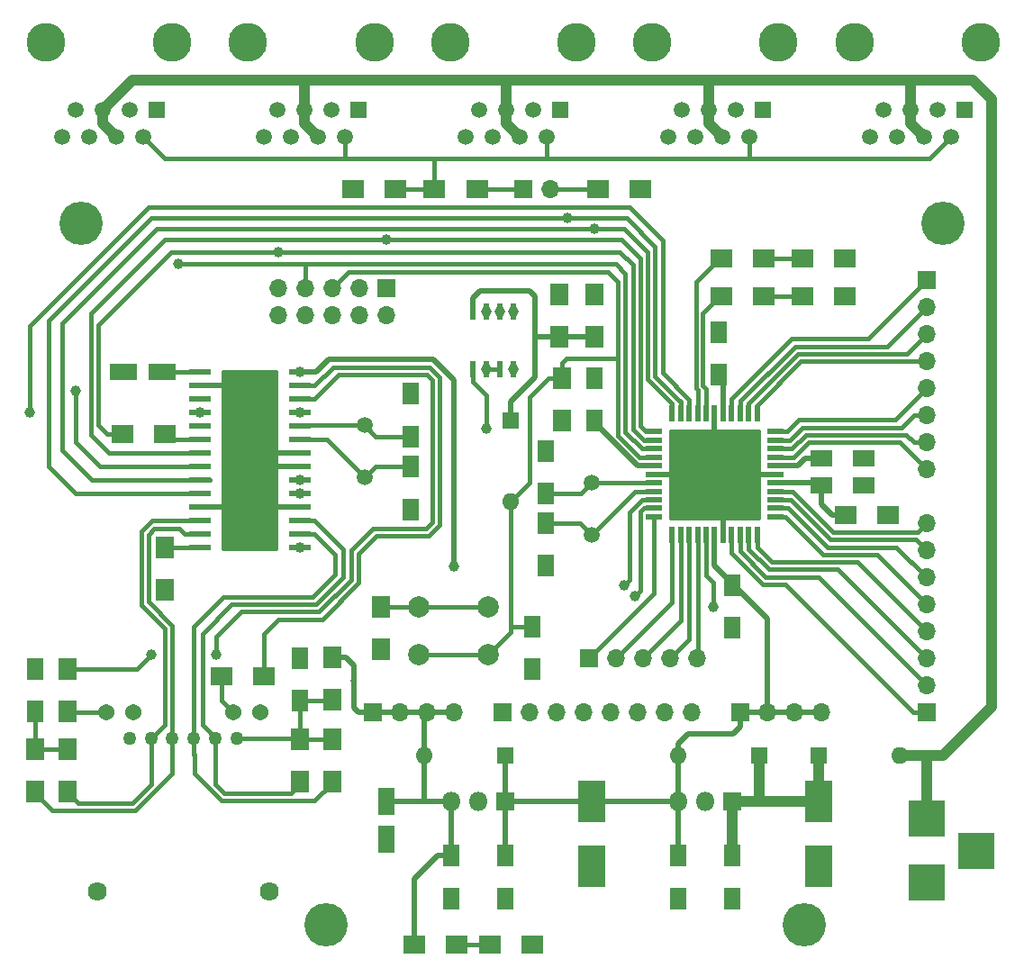
<source format=gbr>
G04 #@! TF.FileFunction,Copper,L1,Top,Signal*
%FSLAX46Y46*%
G04 Gerber Fmt 4.6, Leading zero omitted, Abs format (unit mm)*
G04 Created by KiCad (PCBNEW 4.0.7-e2-6376~58~ubuntu16.04.1) date Wed Jun 27 11:11:34 2018*
%MOMM*%
%LPD*%
G01*
G04 APERTURE LIST*
%ADD10C,0.100000*%
%ADD11R,2.000000X0.600000*%
%ADD12R,2.000000X1.700000*%
%ADD13R,3.500000X3.500000*%
%ADD14R,1.600000X2.000000*%
%ADD15C,1.540000*%
%ADD16C,1.270000*%
%ADD17C,1.790000*%
%ADD18C,1.500000*%
%ADD19C,3.650000*%
%ADD20R,1.500000X1.500000*%
%ADD21R,2.000000X1.600000*%
%ADD22R,2.600000X1.600000*%
%ADD23R,2.500000X4.000000*%
%ADD24R,1.600000X2.600000*%
%ADD25R,1.700000X1.700000*%
%ADD26O,1.700000X1.700000*%
%ADD27R,1.600000X1.600000*%
%ADD28O,1.600000X1.600000*%
%ADD29R,1.700000X2.000000*%
%ADD30C,2.000000*%
%ADD31R,1.500000X0.550000*%
%ADD32R,0.550000X1.500000*%
%ADD33R,0.600000X1.550000*%
%ADD34R,1.800000X1.800000*%
%ADD35O,1.800000X1.800000*%
%ADD36C,4.064000*%
%ADD37C,1.000000*%
%ADD38C,0.400000*%
%ADD39C,0.500000*%
%ADD40C,1.000000*%
%ADD41C,0.254000*%
G04 APERTURE END LIST*
D10*
D11*
X58166000Y-109982000D03*
X58166000Y-111252000D03*
X58166000Y-112522000D03*
X58166000Y-113792000D03*
X58166000Y-115062000D03*
X58166000Y-116332000D03*
X58166000Y-117602000D03*
X58166000Y-118872000D03*
X58166000Y-120142000D03*
X58166000Y-121412000D03*
X58166000Y-122682000D03*
X58166000Y-123952000D03*
X58166000Y-125222000D03*
X58166000Y-126492000D03*
X67566000Y-126492000D03*
X67566000Y-125222000D03*
X67566000Y-123952000D03*
X67566000Y-122682000D03*
X67566000Y-121412000D03*
X67566000Y-120142000D03*
X67566000Y-118872000D03*
X67566000Y-117602000D03*
X67566000Y-116332000D03*
X67566000Y-115062000D03*
X67566000Y-113792000D03*
X67566000Y-112522000D03*
X67566000Y-111252000D03*
X67566000Y-109982000D03*
D12*
X89408000Y-163830000D03*
X85408000Y-163830000D03*
X78296000Y-163830000D03*
X82296000Y-163830000D03*
D13*
X126492000Y-152000000D03*
X126492000Y-158000000D03*
X131192000Y-155000000D03*
D12*
X54864000Y-115824000D03*
X50864000Y-115824000D03*
D14*
X108204000Y-130048000D03*
X108204000Y-134048000D03*
D15*
X63830000Y-141980000D03*
X61290000Y-141980000D03*
D16*
X61680000Y-144450000D03*
X59650000Y-144450000D03*
X57620000Y-144450000D03*
X55590000Y-144450000D03*
X53560000Y-144450000D03*
X51530000Y-144450000D03*
D15*
X49380000Y-141980000D03*
X51920000Y-141980000D03*
D17*
X48550000Y-158790000D03*
X64680000Y-158790000D03*
D14*
X106934000Y-110236000D03*
X106934000Y-106236000D03*
D18*
X94996000Y-120396000D03*
X94996000Y-125276000D03*
D19*
X43688000Y-78994000D03*
X55558000Y-78994000D03*
D20*
X54068000Y-85344000D03*
D18*
X52798000Y-87884000D03*
X51528000Y-85344000D03*
X50258000Y-87884000D03*
X48988000Y-85344000D03*
X47718000Y-87884000D03*
X46448000Y-85344000D03*
X45178000Y-87884000D03*
D14*
X89408000Y-133922000D03*
X89408000Y-137922000D03*
X90678000Y-121412000D03*
X90678000Y-117412000D03*
X90678000Y-124206000D03*
X90678000Y-128206000D03*
D21*
X116586000Y-118110000D03*
X120586000Y-118110000D03*
D14*
X95250000Y-114554000D03*
X95250000Y-110554000D03*
D21*
X116586000Y-120650000D03*
X120586000Y-120650000D03*
D14*
X77978000Y-118904000D03*
X77978000Y-122904000D03*
X77978000Y-116046000D03*
X77978000Y-112046000D03*
D22*
X54610000Y-109982000D03*
X51010000Y-109982000D03*
D23*
X116332000Y-150366000D03*
X116332000Y-156466000D03*
D14*
X108204000Y-155480000D03*
X108204000Y-159480000D03*
X67532000Y-140856000D03*
X67532000Y-136856000D03*
X42640000Y-141904000D03*
X42640000Y-137904000D03*
X86868000Y-155480000D03*
X86868000Y-159480000D03*
D23*
X94996000Y-150368000D03*
X94996000Y-156468000D03*
D14*
X103124000Y-155480000D03*
X103124000Y-159480000D03*
D24*
X75692000Y-150346000D03*
X75692000Y-153946000D03*
D14*
X81788000Y-155480000D03*
X81788000Y-159480000D03*
D25*
X75692000Y-102108000D03*
D26*
X75692000Y-104648000D03*
X73152000Y-102108000D03*
X73152000Y-104648000D03*
X70612000Y-102108000D03*
X70612000Y-104648000D03*
X68072000Y-102108000D03*
X68072000Y-104648000D03*
X65532000Y-102108000D03*
X65532000Y-104648000D03*
D27*
X87376000Y-114554000D03*
D28*
X87376000Y-122174000D03*
D12*
X118808000Y-102870000D03*
X114808000Y-102870000D03*
X118808000Y-99314000D03*
X114808000Y-99314000D03*
D27*
X116332000Y-146050000D03*
D28*
X123952000Y-146050000D03*
D27*
X110744000Y-146050000D03*
D28*
X103124000Y-146050000D03*
D27*
X86868000Y-146050000D03*
D28*
X79248000Y-146050000D03*
D25*
X126492000Y-101346000D03*
D26*
X126492000Y-103886000D03*
X126492000Y-106426000D03*
X126492000Y-108966000D03*
X126492000Y-111506000D03*
X126492000Y-114046000D03*
X126492000Y-116586000D03*
X126492000Y-119126000D03*
D25*
X126492000Y-141986000D03*
D26*
X126492000Y-139446000D03*
X126492000Y-136906000D03*
X126492000Y-134366000D03*
X126492000Y-131826000D03*
X126492000Y-129286000D03*
X126492000Y-126746000D03*
X126492000Y-124206000D03*
D25*
X94742000Y-136906000D03*
D26*
X97282000Y-136906000D03*
X99822000Y-136906000D03*
X102362000Y-136906000D03*
X104902000Y-136906000D03*
D19*
X100698500Y-78994000D03*
X112568500Y-78994000D03*
D20*
X111078500Y-85344000D03*
D18*
X109808500Y-87884000D03*
X108538500Y-85344000D03*
X107268500Y-87884000D03*
X105998500Y-85344000D03*
X104728500Y-87884000D03*
X103458500Y-85344000D03*
X102188500Y-87884000D03*
D25*
X86614000Y-141986000D03*
D26*
X89154000Y-141986000D03*
X91694000Y-141986000D03*
X94234000Y-141986000D03*
X96774000Y-141986000D03*
X99314000Y-141986000D03*
X101854000Y-141986000D03*
X104394000Y-141986000D03*
D19*
X81695000Y-78994000D03*
X93565000Y-78994000D03*
D20*
X92075000Y-85344000D03*
D18*
X90805000Y-87884000D03*
X89535000Y-85344000D03*
X88265000Y-87884000D03*
X86995000Y-85344000D03*
X85725000Y-87884000D03*
X84455000Y-85344000D03*
X83185000Y-87884000D03*
D19*
X119702000Y-78994000D03*
X131572000Y-78994000D03*
D20*
X130082000Y-85344000D03*
D18*
X128812000Y-87884000D03*
X127542000Y-85344000D03*
X126272000Y-87884000D03*
X125002000Y-85344000D03*
X123732000Y-87884000D03*
X122462000Y-85344000D03*
X121192000Y-87884000D03*
D25*
X108966000Y-141986000D03*
D26*
X111506000Y-141986000D03*
X114046000Y-141986000D03*
X116586000Y-141986000D03*
D19*
X62691500Y-78994000D03*
X74561500Y-78994000D03*
D20*
X73071500Y-85344000D03*
D18*
X71801500Y-87884000D03*
X70531500Y-85344000D03*
X69261500Y-87884000D03*
X67991500Y-85344000D03*
X66721500Y-87884000D03*
X65451500Y-85344000D03*
X64181500Y-87884000D03*
D25*
X74422000Y-141986000D03*
D26*
X76962000Y-141986000D03*
X79502000Y-141986000D03*
X82042000Y-141986000D03*
D25*
X88604420Y-92810780D03*
D26*
X91144420Y-92810780D03*
D12*
X122872000Y-123444000D03*
X118872000Y-123444000D03*
D29*
X70580000Y-136824000D03*
X70580000Y-140824000D03*
X75184000Y-132080000D03*
X75184000Y-136080000D03*
X92202000Y-110554000D03*
X92202000Y-114554000D03*
D12*
X111188000Y-102870000D03*
X107188000Y-102870000D03*
X111188000Y-99314000D03*
X107188000Y-99314000D03*
X72539420Y-92810780D03*
X76539420Y-92810780D03*
X80222420Y-92810780D03*
X84222420Y-92810780D03*
X95589420Y-92810780D03*
X99589420Y-92810780D03*
D29*
X95250000Y-106680000D03*
X95250000Y-102680000D03*
X91948000Y-106680000D03*
X91948000Y-102680000D03*
X54864000Y-126492000D03*
X54864000Y-130492000D03*
X67532000Y-148476000D03*
X67532000Y-144476000D03*
X70580000Y-144476000D03*
X70580000Y-148476000D03*
X42640000Y-149460000D03*
X42640000Y-145460000D03*
X45688000Y-145460000D03*
X45688000Y-149460000D03*
D12*
X64166000Y-138602000D03*
X60166000Y-138602000D03*
D29*
X45688000Y-141904000D03*
X45688000Y-137904000D03*
D30*
X78740000Y-136580000D03*
X78740000Y-132080000D03*
X85240000Y-136580000D03*
X85240000Y-132080000D03*
D31*
X100853000Y-115596000D03*
X100853000Y-116396000D03*
X100853000Y-117196000D03*
X100853000Y-117996000D03*
X100853000Y-118796000D03*
X100853000Y-119596000D03*
X100853000Y-120396000D03*
X100853000Y-121196000D03*
X100853000Y-121996000D03*
X100853000Y-122796000D03*
X100853000Y-123596000D03*
D32*
X102553000Y-125296000D03*
X103353000Y-125296000D03*
X104153000Y-125296000D03*
X104953000Y-125296000D03*
X105753000Y-125296000D03*
X106553000Y-125296000D03*
X107353000Y-125296000D03*
X108153000Y-125296000D03*
X108953000Y-125296000D03*
X109753000Y-125296000D03*
X110553000Y-125296000D03*
D31*
X112253000Y-123596000D03*
X112253000Y-122796000D03*
X112253000Y-121996000D03*
X112253000Y-121196000D03*
X112253000Y-120396000D03*
X112253000Y-119596000D03*
X112253000Y-118796000D03*
X112253000Y-117996000D03*
X112253000Y-117196000D03*
X112253000Y-116396000D03*
X112253000Y-115596000D03*
D32*
X110553000Y-113896000D03*
X109753000Y-113896000D03*
X108953000Y-113896000D03*
X108153000Y-113896000D03*
X107353000Y-113896000D03*
X106553000Y-113896000D03*
X105753000Y-113896000D03*
X104953000Y-113896000D03*
X104153000Y-113896000D03*
X103353000Y-113896000D03*
X102553000Y-113896000D03*
D33*
X83820000Y-109728000D03*
X85090000Y-109728000D03*
X86360000Y-109728000D03*
X87630000Y-109728000D03*
X87630000Y-104328000D03*
X86360000Y-104328000D03*
X85090000Y-104328000D03*
X83820000Y-104328000D03*
D34*
X108204000Y-150368000D03*
D35*
X105664000Y-150368000D03*
X103124000Y-150368000D03*
D34*
X86868000Y-150368000D03*
D35*
X84328000Y-150368000D03*
X81788000Y-150368000D03*
D18*
X73660000Y-119888000D03*
X73660000Y-115008000D03*
D36*
X128000000Y-96000000D03*
X47000000Y-96000000D03*
X115000000Y-162000000D03*
X70000000Y-162000000D03*
D37*
X120586000Y-120650000D03*
X120586000Y-118110000D03*
X89408000Y-137922000D03*
X63000000Y-118500000D03*
X95250000Y-110554000D03*
X87630000Y-104328000D03*
X72539420Y-92810780D03*
X106934000Y-106236000D03*
X118808000Y-99314000D03*
X118808000Y-102870000D03*
X106500000Y-119596000D03*
X108204000Y-134048000D03*
X75184000Y-136080000D03*
X67532000Y-136856000D03*
X89408000Y-163830000D03*
X75692000Y-153946000D03*
X81788000Y-159480000D03*
X86868000Y-159480000D03*
X94996000Y-156468000D03*
X103124000Y-159480000D03*
X108204000Y-159480000D03*
X116332000Y-156466000D03*
X90678000Y-128206000D03*
X90678000Y-117412000D03*
X77978000Y-122904000D03*
X77978000Y-112046000D03*
X51010000Y-109982000D03*
X42640000Y-137904000D03*
X54864000Y-130492000D03*
X99589420Y-92810780D03*
X122872000Y-123444000D03*
X106934000Y-110236000D03*
X92202000Y-114554000D03*
X95250000Y-114554000D03*
X82042000Y-128270000D03*
X67566000Y-126492000D03*
X67566000Y-120142000D03*
X67566000Y-121412000D03*
X67566000Y-113792000D03*
X67566000Y-109982000D03*
X75692000Y-97536000D03*
X56134000Y-99822000D03*
X46482000Y-111760000D03*
X65532000Y-98675980D03*
X86360000Y-104328000D03*
X80222420Y-92810780D03*
X85090000Y-104328000D03*
X95250000Y-102680000D03*
X95250000Y-96520000D03*
X92710000Y-95504000D03*
X91948000Y-102680000D03*
X91948000Y-102680000D03*
X59658000Y-136570000D03*
X53562000Y-136570000D03*
X85090000Y-115316000D03*
X98044000Y-130048000D03*
X99060000Y-131064000D03*
X87630000Y-109728000D03*
X106426000Y-132080000D03*
X85090000Y-109728000D03*
X42171200Y-113784800D03*
X58166000Y-113792000D03*
D38*
X72136000Y-100584000D02*
X96520000Y-100584000D01*
X96520000Y-100584000D02*
X97467970Y-101531970D01*
X70612000Y-102108000D02*
X72136000Y-100584000D01*
X97467970Y-108712000D02*
X97467970Y-101531970D01*
X92202000Y-110554000D02*
X90952000Y-110554000D01*
X90952000Y-110554000D02*
X89154000Y-112352000D01*
X89154000Y-112352000D02*
X89154000Y-120396000D01*
X89154000Y-120396000D02*
X87376000Y-122174000D01*
X87376000Y-133858000D02*
X87376000Y-134444000D01*
X87376000Y-122174000D02*
X87376000Y-133858000D01*
X87376000Y-133858000D02*
X87440000Y-133922000D01*
X87440000Y-133922000D02*
X89408000Y-133922000D01*
X78740000Y-136580000D02*
X85240000Y-136580000D01*
X87376000Y-134444000D02*
X85240000Y-136580000D01*
X97467970Y-115950933D02*
X97467970Y-108712000D01*
X92644000Y-108712000D02*
X97467970Y-108712000D01*
X92202000Y-110554000D02*
X92202000Y-109154000D01*
X92202000Y-109154000D02*
X92644000Y-108712000D01*
X100853000Y-117996000D02*
X99513038Y-117996000D01*
X99513038Y-117996000D02*
X97467970Y-115950933D01*
D39*
X63372000Y-118872000D02*
X63000000Y-118500000D01*
X63500000Y-118872000D02*
X63372000Y-118872000D01*
X63500000Y-112014000D02*
X63500000Y-117602000D01*
X106500000Y-119596000D02*
X100853000Y-119596000D01*
X106680000Y-119596000D02*
X106500000Y-119596000D01*
X107353000Y-119685000D02*
X107442000Y-119596000D01*
X107353000Y-125296000D02*
X107353000Y-119685000D01*
X66066000Y-117602000D02*
X63500000Y-117602000D01*
X63500000Y-117602000D02*
X63500000Y-118872000D01*
X67566000Y-117602000D02*
X66066000Y-117602000D01*
X63500000Y-118872000D02*
X63500000Y-122682000D01*
X67566000Y-118872000D02*
X63500000Y-118872000D01*
X66066000Y-122682000D02*
X63500000Y-122682000D01*
X63500000Y-122682000D02*
X58166000Y-122682000D01*
X58166000Y-111252000D02*
X62738000Y-111252000D01*
X62738000Y-111252000D02*
X63500000Y-112014000D01*
X67566000Y-122682000D02*
X66066000Y-122682000D01*
X107000000Y-119596000D02*
X106680000Y-119596000D01*
X107442000Y-119596000D02*
X107000000Y-119596000D01*
X112253000Y-119596000D02*
X107442000Y-119596000D01*
X106553000Y-113896000D02*
X106553000Y-119469000D01*
X106553000Y-119469000D02*
X106680000Y-119596000D01*
D38*
X100853000Y-120396000D02*
X94996000Y-120396000D01*
X94996000Y-120396000D02*
X93980000Y-121412000D01*
X93980000Y-121412000D02*
X90678000Y-121412000D01*
X100853000Y-121196000D02*
X99076000Y-121196000D01*
X99076000Y-121196000D02*
X94996000Y-125276000D01*
X90678000Y-124206000D02*
X93926000Y-124206000D01*
X93926000Y-124206000D02*
X94996000Y-125276000D01*
D39*
X116586000Y-118110000D02*
X115086000Y-118110000D01*
X115086000Y-118110000D02*
X114400000Y-118796000D01*
X114400000Y-118796000D02*
X112253000Y-118796000D01*
X106553000Y-128197000D02*
X111506000Y-133150000D01*
X111506000Y-133150000D02*
X111506000Y-141986000D01*
X108204000Y-130048000D02*
X108204000Y-129848000D01*
X108204000Y-129848000D02*
X106553000Y-128197000D01*
X106553000Y-128197000D02*
X106553000Y-126546000D01*
X106553000Y-126546000D02*
X106553000Y-125296000D01*
X94996000Y-150368000D02*
X103124000Y-150368000D01*
X86868000Y-150368000D02*
X94996000Y-150368000D01*
X86868000Y-150368000D02*
X86868000Y-155480000D01*
X86868000Y-150368000D02*
X86868000Y-146050000D01*
X114046000Y-141986000D02*
X116586000Y-141986000D01*
X111506000Y-141986000D02*
X114046000Y-141986000D01*
X108966000Y-141986000D02*
X111506000Y-141986000D01*
X103124000Y-146050000D02*
X103124000Y-144918630D01*
X103124000Y-144918630D02*
X104024630Y-144018000D01*
X104024630Y-144018000D02*
X108284000Y-144018000D01*
X108284000Y-144018000D02*
X108966000Y-143336000D01*
X108966000Y-143336000D02*
X108966000Y-141986000D01*
X103124000Y-150368000D02*
X103124000Y-146050000D01*
X103124000Y-150368000D02*
X103124000Y-155480000D01*
X89662000Y-102870000D02*
X89662000Y-106680000D01*
X89662000Y-106680000D02*
X89662000Y-110490000D01*
X91948000Y-106680000D02*
X89662000Y-106680000D01*
X95250000Y-106680000D02*
X91948000Y-106680000D01*
X83820000Y-104328000D02*
X83820000Y-103053000D01*
X83820000Y-103053000D02*
X84511000Y-102362000D01*
X87376000Y-112776000D02*
X87376000Y-114554000D01*
X84511000Y-102362000D02*
X89154000Y-102362000D01*
X89154000Y-102362000D02*
X89662000Y-102870000D01*
X89662000Y-110490000D02*
X87376000Y-112776000D01*
X100853000Y-118796000D02*
X99292000Y-118796000D01*
X99292000Y-118796000D02*
X95250000Y-114754000D01*
X95250000Y-114754000D02*
X95250000Y-114554000D01*
X107353000Y-113896000D02*
X107353000Y-110655000D01*
X107353000Y-110655000D02*
X106934000Y-110236000D01*
X117602000Y-123444000D02*
X116586000Y-122428000D01*
X116586000Y-122428000D02*
X116586000Y-120650000D01*
X118872000Y-123444000D02*
X117602000Y-123444000D01*
X116586000Y-120650000D02*
X116332000Y-120396000D01*
X116332000Y-120396000D02*
X112253000Y-120396000D01*
D38*
X73660000Y-119888000D02*
X74644000Y-118904000D01*
X74644000Y-118904000D02*
X77978000Y-118904000D01*
X67566000Y-116332000D02*
X70104000Y-116332000D01*
X70104000Y-116332000D02*
X73660000Y-119888000D01*
X73660000Y-115008000D02*
X74698000Y-116046000D01*
X74698000Y-116046000D02*
X77978000Y-116046000D01*
X73660000Y-115008000D02*
X67620000Y-115008000D01*
X67620000Y-115008000D02*
X67566000Y-115062000D01*
X54610000Y-109982000D02*
X58166000Y-109982000D01*
D40*
X116332000Y-146050000D02*
X116332000Y-150366000D01*
X108204000Y-150368000D02*
X110744000Y-150368000D01*
X110744000Y-150368000D02*
X116330000Y-150368000D01*
X110744000Y-146050000D02*
X110744000Y-147850000D01*
X110744000Y-147850000D02*
X110744000Y-150368000D01*
X108204000Y-150368000D02*
X108204000Y-155480000D01*
X116330000Y-150368000D02*
X116332000Y-150366000D01*
D38*
X67532000Y-140856000D02*
X70548000Y-140856000D01*
X70548000Y-140856000D02*
X70580000Y-140824000D01*
X67532000Y-144476000D02*
X67532000Y-140856000D01*
X67532000Y-144476000D02*
X70580000Y-144476000D01*
X61680000Y-144450000D02*
X67506000Y-144450000D01*
X67506000Y-144450000D02*
X67532000Y-144476000D01*
X42640000Y-145460000D02*
X42640000Y-141904000D01*
X42640000Y-145460000D02*
X45688000Y-145460000D01*
D39*
X78296000Y-163830000D02*
X78296000Y-157672000D01*
X78296000Y-157672000D02*
X80488000Y-155480000D01*
X80488000Y-155480000D02*
X81788000Y-155480000D01*
X78296000Y-163830000D02*
X78296000Y-162480000D01*
X72644000Y-139000000D02*
X72644000Y-137538000D01*
X72644000Y-137538000D02*
X71930000Y-136824000D01*
X71930000Y-136824000D02*
X70580000Y-136824000D01*
X72644000Y-141558000D02*
X72644000Y-139000000D01*
X70580000Y-136824000D02*
X70580000Y-136974000D01*
X72606000Y-139000000D02*
X72644000Y-139000000D01*
X79248000Y-146050000D02*
X79248000Y-142240000D01*
X79248000Y-142240000D02*
X79502000Y-141986000D01*
X79502000Y-141986000D02*
X82042000Y-141986000D01*
X76962000Y-141986000D02*
X79502000Y-141986000D01*
X74422000Y-141986000D02*
X76962000Y-141986000D01*
X75692000Y-150346000D02*
X79248000Y-150346000D01*
X79248000Y-146050000D02*
X79248000Y-147181370D01*
X79248000Y-150346000D02*
X81766000Y-150346000D01*
X79248000Y-147181370D02*
X79248000Y-150346000D01*
X81766000Y-150346000D02*
X81788000Y-150368000D01*
X81788000Y-155480000D02*
X81788000Y-150368000D01*
X82042000Y-128270000D02*
X82042000Y-110725363D01*
X69066000Y-109982000D02*
X67566000Y-109982000D01*
X74422000Y-141986000D02*
X73072000Y-141986000D01*
X73072000Y-141986000D02*
X72644000Y-141558000D01*
X82042000Y-110725363D02*
X80102617Y-108785980D01*
X80102617Y-108785980D02*
X70262020Y-108785980D01*
X70262020Y-108785980D02*
X69066000Y-109982000D01*
D38*
X100853000Y-115596000D02*
X100102000Y-115596000D01*
X99568000Y-115062000D02*
X99568000Y-99314000D01*
X100102000Y-115596000D02*
X99568000Y-115062000D01*
X99568000Y-99314000D02*
X97790000Y-97536000D01*
X97790000Y-97536000D02*
X96441889Y-97536000D01*
X96441889Y-97536000D02*
X75692000Y-97536000D01*
X75692000Y-97536000D02*
X54864000Y-97536000D01*
X47944010Y-104455990D02*
X47944010Y-115938086D01*
X54864000Y-97536000D02*
X47944010Y-104455990D01*
X47944010Y-115938086D02*
X49607924Y-117602000D01*
X49607924Y-117602000D02*
X58166000Y-117602000D01*
X100853000Y-115596000D02*
X100304000Y-115596000D01*
X56134000Y-99822000D02*
X68072000Y-99822000D01*
X68072000Y-99822000D02*
X96266000Y-99822000D01*
X68072000Y-102108000D02*
X68072000Y-99822000D01*
X96266000Y-99822000D02*
X96520000Y-99822000D01*
X98167980Y-100707980D02*
X97282000Y-99822000D01*
X97282000Y-99822000D02*
X96266000Y-99822000D01*
X98167980Y-115660980D02*
X98167980Y-100707980D01*
X46482000Y-116586000D02*
X46482000Y-111760000D01*
X48768000Y-118872000D02*
X46482000Y-116586000D01*
X49887962Y-118872000D02*
X48768000Y-118872000D01*
X100853000Y-117196000D02*
X99703000Y-117196000D01*
X99703000Y-117196000D02*
X98167980Y-115660980D01*
X49887962Y-118872000D02*
X50292000Y-118872000D01*
X50292000Y-118872000D02*
X58166000Y-118872000D01*
X56766000Y-118872000D02*
X58166000Y-118872000D01*
X97659980Y-98675980D02*
X75499978Y-98675980D01*
X75499978Y-98675980D02*
X65532000Y-98675980D01*
X55502020Y-98675980D02*
X55675980Y-98675980D01*
X55675980Y-98675980D02*
X65532000Y-98675980D01*
X50864000Y-115824000D02*
X49464000Y-115824000D01*
X49464000Y-115824000D02*
X48644020Y-115004020D01*
X100853000Y-116396000D02*
X99912039Y-116396000D01*
X99912039Y-116396000D02*
X98867990Y-115351953D01*
X98867990Y-115351953D02*
X98867990Y-99883990D01*
X98867990Y-99883990D02*
X97659980Y-98675980D01*
X55502020Y-98675980D02*
X48644020Y-105533980D01*
X48644020Y-105533980D02*
X48644020Y-115004020D01*
X111188000Y-102870000D02*
X114808000Y-102870000D01*
X111188000Y-99314000D02*
X114808000Y-99314000D01*
D40*
X126492000Y-150464000D02*
X126492000Y-148000000D01*
X126492000Y-148000000D02*
X126492000Y-146050000D01*
X126492000Y-152000000D02*
X126492000Y-148000000D01*
X125002000Y-85344000D02*
X125002000Y-86614000D01*
X125002000Y-86614000D02*
X126272000Y-87884000D01*
X130810000Y-82550000D02*
X124968000Y-82550000D01*
X124968000Y-82550000D02*
X105918000Y-82550000D01*
X125002000Y-85344000D02*
X125002000Y-82584000D01*
X125002000Y-82584000D02*
X124968000Y-82550000D01*
X105998500Y-85344000D02*
X105998500Y-86614000D01*
X105998500Y-86614000D02*
X107268500Y-87884000D01*
X105998500Y-85344000D02*
X105998500Y-82630500D01*
X105918000Y-82550000D02*
X87122000Y-82550000D01*
X105998500Y-82630500D02*
X105918000Y-82550000D01*
X86995000Y-85344000D02*
X86995000Y-86614000D01*
X86995000Y-86614000D02*
X88265000Y-87884000D01*
X87122000Y-82550000D02*
X67818000Y-82550000D01*
X86995000Y-85344000D02*
X86995000Y-82677000D01*
X86995000Y-82677000D02*
X87122000Y-82550000D01*
X67991500Y-85344000D02*
X67991500Y-86614000D01*
X67991500Y-86614000D02*
X69261500Y-87884000D01*
X67818000Y-82550000D02*
X52578000Y-82550000D01*
X67991500Y-85344000D02*
X67991500Y-82723500D01*
X67991500Y-82723500D02*
X67818000Y-82550000D01*
X48988000Y-85344000D02*
X48988000Y-86614000D01*
X48988000Y-86614000D02*
X50258000Y-87884000D01*
X48988000Y-85344000D02*
X51782000Y-82550000D01*
X51782000Y-82550000D02*
X52578000Y-82550000D01*
X132153999Y-83893999D02*
X130810000Y-82550000D01*
X132588000Y-84328000D02*
X132153999Y-83893999D01*
X132588000Y-141478000D02*
X132588000Y-84328000D01*
X132080000Y-141986000D02*
X132588000Y-141478000D01*
X128016000Y-146050000D02*
X132080000Y-141986000D01*
X126492000Y-146050000D02*
X128016000Y-146050000D01*
X126492000Y-146050000D02*
X123952000Y-146050000D01*
D38*
X82296000Y-163830000D02*
X85408000Y-163830000D01*
X108153000Y-112523112D02*
X113810141Y-106865970D01*
X113810141Y-106865970D02*
X120972030Y-106865970D01*
X108153000Y-113896000D02*
X108153000Y-112523112D01*
X120972030Y-106865970D02*
X126492000Y-101346000D01*
X108953000Y-112713075D02*
X114100094Y-107565980D01*
X114100094Y-107565980D02*
X122812020Y-107565980D01*
X108953000Y-113896000D02*
X108953000Y-112713075D01*
X122812020Y-107565980D02*
X126492000Y-103886000D01*
X109753000Y-112903038D02*
X114390047Y-108265990D01*
X114390047Y-108265990D02*
X124652010Y-108265990D01*
X109753000Y-113896000D02*
X109753000Y-112903038D01*
X124652010Y-108265990D02*
X126492000Y-106426000D01*
X110553000Y-113093000D02*
X114680000Y-108966000D01*
X114680000Y-108966000D02*
X125289919Y-108966000D01*
X110553000Y-113896000D02*
X110553000Y-113093000D01*
X125289919Y-108966000D02*
X126492000Y-108966000D01*
X123512028Y-114485972D02*
X118872000Y-114485972D01*
X126492000Y-111506000D02*
X123512028Y-114485972D01*
X114540138Y-114485972D02*
X118872000Y-114485972D01*
X112253000Y-115596000D02*
X113403000Y-115596000D01*
X113403000Y-115596000D02*
X114513028Y-114485972D01*
X114513028Y-114485972D02*
X114540138Y-114485972D01*
X126492000Y-114046000D02*
X125289919Y-114046000D01*
X114830091Y-115185982D02*
X113620074Y-116396000D01*
X125289919Y-114046000D02*
X124149937Y-115185982D01*
X124149937Y-115185982D02*
X114830091Y-115185982D01*
X113620074Y-116396000D02*
X112253000Y-116396000D01*
X124241955Y-115885992D02*
X123952000Y-115885992D01*
X123952000Y-115885992D02*
X121122045Y-115885992D01*
X126492000Y-116586000D02*
X125289919Y-116586000D01*
X125289919Y-116586000D02*
X124589911Y-115885992D01*
X124589911Y-115885992D02*
X123952000Y-115885992D01*
X115120044Y-115885992D02*
X121122045Y-115885992D01*
X121122045Y-115885992D02*
X121122047Y-115885990D01*
X112253000Y-117196000D02*
X113810036Y-117196000D01*
X113810036Y-117196000D02*
X115120044Y-115885992D01*
X123952000Y-116586000D02*
X121412000Y-116586000D01*
X126492000Y-119126000D02*
X123952000Y-116586000D01*
X121412000Y-116586000D02*
X121666000Y-116586000D01*
X115409998Y-116586000D02*
X121412000Y-116586000D01*
X112253000Y-117996000D02*
X113999998Y-117996000D01*
X113999998Y-117996000D02*
X115409998Y-116586000D01*
X108153000Y-125296000D02*
X108153000Y-127015888D01*
X108153000Y-127015888D02*
X111093180Y-129956069D01*
X113212069Y-129956069D02*
X125242000Y-141986000D01*
X111093180Y-129956069D02*
X113212069Y-129956069D01*
X125242000Y-141986000D02*
X126492000Y-141986000D01*
X108953000Y-125296000D02*
X108953000Y-126825925D01*
X116302059Y-129256059D02*
X126492000Y-139446000D01*
X108953000Y-126825925D02*
X111383133Y-129256059D01*
X111383133Y-129256059D02*
X116302059Y-129256059D01*
X109753000Y-125296000D02*
X109753000Y-126635962D01*
X109753000Y-126635962D02*
X111673086Y-128556049D01*
X111673086Y-128556049D02*
X118142049Y-128556049D01*
X118142049Y-128556049D02*
X126492000Y-136906000D01*
X110553000Y-125296000D02*
X110553000Y-126446000D01*
X110553000Y-126446000D02*
X111963039Y-127856039D01*
X111963039Y-127856039D02*
X119982039Y-127856039D01*
X119982039Y-127856039D02*
X126492000Y-134366000D01*
X126492000Y-131826000D02*
X121822029Y-127156029D01*
X121822029Y-127156029D02*
X116742029Y-127156029D01*
X116742029Y-127156029D02*
X113182000Y-123596000D01*
X113182000Y-123596000D02*
X112253000Y-123596000D01*
X112253000Y-123596000D02*
X112878000Y-123596000D01*
X126492000Y-129286000D02*
X123662019Y-126456019D01*
X123662019Y-126456019D02*
X117154091Y-126456019D01*
X117154091Y-126456019D02*
X113494074Y-122796001D01*
X113494074Y-122796001D02*
X112253000Y-122796000D01*
X126492000Y-126746000D02*
X125502009Y-125756009D01*
X125502009Y-125756009D02*
X117444044Y-125756009D01*
X117444044Y-125756009D02*
X113684036Y-121996000D01*
X113684036Y-121996000D02*
X112253000Y-121996000D01*
X112253000Y-121196000D02*
X113873998Y-121196000D01*
X113873998Y-121196000D02*
X117733997Y-125055999D01*
X117733997Y-125055999D02*
X125642001Y-125055999D01*
X125642001Y-125055999D02*
X126492000Y-124206000D01*
X100853000Y-123596000D02*
X100853000Y-130795000D01*
X100853000Y-130795000D02*
X94742000Y-136906000D01*
X102553000Y-125296000D02*
X102553000Y-131635000D01*
X102553000Y-131635000D02*
X97282000Y-136906000D01*
X103353000Y-125296000D02*
X103353000Y-133375000D01*
X103353000Y-133375000D02*
X99822000Y-136906000D01*
X104153000Y-125296000D02*
X104153000Y-135115000D01*
X104153000Y-135115000D02*
X102362000Y-136906000D01*
X104953000Y-125296000D02*
X104953000Y-136855000D01*
X104953000Y-136855000D02*
X104902000Y-136906000D01*
X95589420Y-92810780D02*
X91144420Y-92810780D01*
X76539420Y-92810780D02*
X80222420Y-92810780D01*
X80264000Y-89916000D02*
X76708000Y-89916000D01*
X76708000Y-89916000D02*
X71628000Y-89916000D01*
X90678000Y-89916000D02*
X80264000Y-89916000D01*
X80222420Y-92810780D02*
X80222420Y-89957580D01*
X80222420Y-89957580D02*
X80264000Y-89916000D01*
X71628000Y-89916000D02*
X54830000Y-89916000D01*
X71801500Y-87884000D02*
X71801500Y-89742500D01*
X71801500Y-89742500D02*
X71628000Y-89916000D01*
X109728000Y-89916000D02*
X90678000Y-89916000D01*
X90805000Y-87884000D02*
X90805000Y-89789000D01*
X90805000Y-89789000D02*
X90678000Y-89916000D01*
X126746000Y-89916000D02*
X109728000Y-89916000D01*
X109808500Y-87884000D02*
X109808500Y-89835500D01*
X109808500Y-89835500D02*
X109728000Y-89916000D01*
X128812000Y-87884000D02*
X128062001Y-88633999D01*
X128062001Y-88633999D02*
X128028001Y-88633999D01*
X128028001Y-88633999D02*
X126746000Y-89916000D01*
X54830000Y-89916000D02*
X52798000Y-87884000D01*
X60166000Y-138602000D02*
X60166000Y-140856000D01*
X60166000Y-140856000D02*
X61290000Y-141980000D01*
X61174000Y-131826000D02*
X58388000Y-134612000D01*
X58388000Y-134612000D02*
X58388000Y-136000000D01*
X69088000Y-131826000D02*
X61174000Y-131826000D01*
X58388000Y-143174000D02*
X58388000Y-136000000D01*
X58388000Y-136000000D02*
X58388000Y-135808000D01*
X71628000Y-129286000D02*
X69088000Y-131826000D01*
X71628000Y-127000000D02*
X71628000Y-129286000D01*
X67566000Y-123952000D02*
X68966000Y-123952000D01*
X68966000Y-123952000D02*
X71628000Y-126614000D01*
X67532000Y-148476000D02*
X67532000Y-148762000D01*
X67532000Y-148762000D02*
X66708010Y-149585990D01*
X66708010Y-149585990D02*
X60455952Y-149585990D01*
X59650000Y-146976000D02*
X59650000Y-144450000D01*
X60455952Y-149585990D02*
X59650000Y-148780038D01*
X59650000Y-148780038D02*
X59650000Y-146976000D01*
X59650000Y-144450000D02*
X58642000Y-143442000D01*
X58642000Y-143442000D02*
X58642000Y-143428000D01*
X58642000Y-143428000D02*
X58388000Y-143174000D01*
X71628000Y-127000000D02*
X71628000Y-126746000D01*
X71628000Y-126614000D02*
X71628000Y-127000000D01*
X60416047Y-131125990D02*
X58000000Y-133542037D01*
X58000000Y-133542037D02*
X57684037Y-133858000D01*
X57620000Y-144450000D02*
X57620000Y-133922037D01*
X57620000Y-133922037D02*
X58000000Y-133542037D01*
X57652000Y-133890037D02*
X57684037Y-133858000D01*
X68798048Y-131125990D02*
X60416047Y-131125990D01*
X70866000Y-129058038D02*
X68798048Y-131125990D01*
X68966000Y-125222000D02*
X70866000Y-127122000D01*
X70866000Y-127122000D02*
X70866000Y-129058038D01*
X67566000Y-125222000D02*
X68966000Y-125222000D01*
X60166000Y-150286000D02*
X68920000Y-150286000D01*
X68920000Y-150286000D02*
X70580000Y-148626000D01*
X70580000Y-148626000D02*
X70580000Y-148476000D01*
X57626000Y-147746000D02*
X60166000Y-150286000D01*
X57626000Y-145941963D02*
X57626000Y-147746000D01*
X57620000Y-144450000D02*
X57620000Y-145935963D01*
X57620000Y-145935963D02*
X57626000Y-145941963D01*
X55590000Y-144450000D02*
X55590000Y-133830000D01*
X55590000Y-133830000D02*
X53340000Y-131580000D01*
X53891998Y-124714000D02*
X56258000Y-124714000D01*
X53340000Y-131580000D02*
X53340000Y-125265998D01*
X53340000Y-125265998D02*
X53891998Y-124714000D01*
X56258000Y-124714000D02*
X56766000Y-125222000D01*
X56766000Y-125222000D02*
X58166000Y-125222000D01*
X42640000Y-149610000D02*
X44270010Y-151240010D01*
X44270010Y-151240010D02*
X52073953Y-151240010D01*
X42640000Y-149460000D02*
X42640000Y-149610000D01*
X52073953Y-151240010D02*
X55590000Y-147723963D01*
X55590000Y-147723963D02*
X55590000Y-145348025D01*
X55590000Y-145348025D02*
X55590000Y-144450000D01*
X58166000Y-123952000D02*
X53664035Y-123952000D01*
X53664035Y-123952000D02*
X52639990Y-124976045D01*
X52639990Y-124976045D02*
X52639990Y-131869953D01*
X52639990Y-131869953D02*
X54889990Y-134119952D01*
X54889990Y-134119952D02*
X54889990Y-143120010D01*
X54889990Y-143120010D02*
X53560000Y-144450000D01*
X45688000Y-149460000D02*
X45688000Y-149524000D01*
X46704000Y-150540000D02*
X51784000Y-150540000D01*
X45688000Y-149524000D02*
X46704000Y-150540000D01*
X53562000Y-148762000D02*
X53562000Y-145350025D01*
X51784000Y-150540000D02*
X53562000Y-148762000D01*
X53562000Y-145350025D02*
X53560000Y-145348025D01*
X53560000Y-145348025D02*
X53560000Y-144450000D01*
X49380000Y-141980000D02*
X45764000Y-141980000D01*
X45764000Y-141980000D02*
X45688000Y-141904000D01*
X84222420Y-92810780D02*
X88604420Y-92810780D01*
X78740000Y-132080000D02*
X75184000Y-132080000D01*
X85240000Y-132080000D02*
X83825787Y-132080000D01*
X83825787Y-132080000D02*
X78740000Y-132080000D01*
X105410000Y-111232002D02*
X105410000Y-104498000D01*
X105410000Y-104498000D02*
X107038000Y-102870000D01*
X107038000Y-102870000D02*
X107188000Y-102870000D01*
X105753000Y-113896000D02*
X105753000Y-111575002D01*
X105753000Y-111575002D02*
X105410000Y-111232002D01*
X104953000Y-113896000D02*
X104953000Y-111623544D01*
X104953000Y-111623544D02*
X104809990Y-111480534D01*
X104809990Y-111480534D02*
X104809990Y-101542010D01*
X104809990Y-101542010D02*
X107038000Y-99314000D01*
X107038000Y-99314000D02*
X107188000Y-99314000D01*
X95250000Y-96520000D02*
X54102000Y-96520000D01*
X54102000Y-96520000D02*
X45212000Y-105410000D01*
X45212000Y-105410000D02*
X45212000Y-117348000D01*
X45212000Y-117348000D02*
X48006000Y-120142000D01*
X48006000Y-120142000D02*
X51308000Y-120142000D01*
X51308000Y-120142000D02*
X58166000Y-120142000D01*
X98044000Y-96520000D02*
X95250000Y-96520000D01*
X100268010Y-98744010D02*
X98044000Y-96520000D01*
X100268010Y-100372158D02*
X100268010Y-98744010D01*
X100268010Y-110682010D02*
X102553000Y-112967000D01*
X102553000Y-112967000D02*
X102553000Y-113896000D01*
X100268010Y-100372158D02*
X100268010Y-110682010D01*
X59096002Y-120142000D02*
X58166000Y-120142000D01*
X102553000Y-113896000D02*
X102553000Y-113421000D01*
X92710000Y-95504000D02*
X53594000Y-95504000D01*
X98298000Y-95504000D02*
X92710000Y-95504000D01*
X103353000Y-113896000D02*
X103353000Y-112746000D01*
X103275998Y-112668998D02*
X103251000Y-112668998D01*
X103353000Y-112746000D02*
X103275998Y-112668998D01*
X103251000Y-112668998D02*
X100968020Y-110386018D01*
X46482000Y-121412000D02*
X58166000Y-121412000D01*
X100968020Y-110386018D02*
X100968020Y-98174020D01*
X43942000Y-118872000D02*
X46482000Y-121412000D01*
X100968020Y-98174020D02*
X98298000Y-95504000D01*
X53594000Y-95504000D02*
X43942000Y-105156000D01*
X43942000Y-105156000D02*
X43942000Y-118872000D01*
X54864000Y-115824000D02*
X55372000Y-116332000D01*
X55372000Y-116332000D02*
X58166000Y-116332000D01*
X54864000Y-126492000D02*
X58166000Y-126492000D01*
X67566000Y-111252000D02*
X68966000Y-111252000D01*
X80710010Y-110454047D02*
X80710010Y-124401955D01*
X68966000Y-111252000D02*
X70682010Y-109535990D01*
X79791953Y-109535990D02*
X80710010Y-110454047D01*
X74737990Y-125414010D02*
X73090010Y-127061990D01*
X65532000Y-133226020D02*
X64166000Y-134592020D01*
X70682010Y-109535990D02*
X79791953Y-109535990D01*
X80710010Y-124401955D02*
X79697955Y-125414010D01*
X79697955Y-125414010D02*
X74737990Y-125414010D01*
X73090010Y-127061990D02*
X73090010Y-129803916D01*
X73090010Y-129803916D02*
X69667906Y-133226020D01*
X69667906Y-133226020D02*
X65532000Y-133226020D01*
X64166000Y-134592020D02*
X64166000Y-138602000D01*
X67566000Y-112522000D02*
X68966000Y-112522000D01*
X80010000Y-124112002D02*
X79408002Y-124714000D01*
X68966000Y-112522000D02*
X71252000Y-110236000D01*
X71252000Y-110236000D02*
X79502000Y-110236000D01*
X79502000Y-110236000D02*
X80010000Y-110744000D01*
X80010000Y-110744000D02*
X80010000Y-124112002D01*
X59658000Y-134906000D02*
X59658000Y-136570000D01*
X79408002Y-124714000D02*
X74422000Y-124714000D01*
X72390000Y-126746000D02*
X72390000Y-129513963D01*
X74422000Y-124714000D02*
X72390000Y-126746000D01*
X69377953Y-132526010D02*
X62037990Y-132526010D01*
X72390000Y-129513963D02*
X69377953Y-132526010D01*
X62037990Y-132526010D02*
X59658000Y-134906000D01*
X52228000Y-137904000D02*
X53562000Y-136570000D01*
X45688000Y-137904000D02*
X52228000Y-137904000D01*
X85090000Y-115316000D02*
X85090000Y-112173000D01*
X85090000Y-112173000D02*
X83820000Y-110903000D01*
X83820000Y-110903000D02*
X83820000Y-109728000D01*
X98552000Y-129540000D02*
X98044000Y-130048000D01*
X98552000Y-126862000D02*
X98552000Y-129540000D01*
X100853000Y-121996000D02*
X99703000Y-121996000D01*
X99703000Y-121996000D02*
X98552000Y-123147000D01*
X98552000Y-123147000D02*
X98552000Y-126862000D01*
X99568000Y-130556000D02*
X99060000Y-131064000D01*
X99568000Y-128524000D02*
X99568000Y-130556000D01*
X99568000Y-127712239D02*
X99568000Y-128524000D01*
X99568000Y-123135998D02*
X99568000Y-127712239D01*
X100853000Y-122796000D02*
X99907998Y-122796000D01*
X99907998Y-122796000D02*
X99568000Y-123135998D01*
X106426000Y-131572000D02*
X106426000Y-132080000D01*
X106426000Y-129794000D02*
X106426000Y-131572000D01*
X105753000Y-129121000D02*
X106426000Y-129794000D01*
X105753000Y-125296000D02*
X105753000Y-129121000D01*
X85090000Y-109728000D02*
X86360000Y-109728000D01*
X42171200Y-113784800D02*
X42171200Y-108712000D01*
X42171200Y-108712000D02*
X42171200Y-107994874D01*
X53340000Y-94488000D02*
X42171200Y-105656800D01*
X42171200Y-105656800D02*
X42171200Y-108712000D01*
X55678074Y-94488000D02*
X53340000Y-94488000D01*
X104153000Y-113896000D02*
X104153000Y-112581036D01*
X104153000Y-112581036D02*
X101668030Y-110096066D01*
X101668030Y-110096066D02*
X101668030Y-97604030D01*
X101668030Y-97604030D02*
X98552000Y-94488000D01*
X98552000Y-94488000D02*
X55678074Y-94488000D01*
D41*
G36*
X65405000Y-126619000D02*
X60325000Y-126619000D01*
X60325000Y-109855000D01*
X65405000Y-109855000D01*
X65405000Y-126619000D01*
X65405000Y-126619000D01*
G37*
X65405000Y-126619000D02*
X60325000Y-126619000D01*
X60325000Y-109855000D01*
X65405000Y-109855000D01*
X65405000Y-126619000D01*
G36*
X110744000Y-123761500D02*
X102362000Y-123761500D01*
X102362000Y-115443000D01*
X110744000Y-115443000D01*
X110744000Y-123761500D01*
X110744000Y-123761500D01*
G37*
X110744000Y-123761500D02*
X102362000Y-123761500D01*
X102362000Y-115443000D01*
X110744000Y-115443000D01*
X110744000Y-123761500D01*
G36*
X63873000Y-119873000D02*
X61627000Y-119873000D01*
X61627000Y-116627000D01*
X63873000Y-116627000D01*
X63873000Y-119873000D01*
X63873000Y-119873000D01*
G37*
X63873000Y-119873000D02*
X61627000Y-119873000D01*
X61627000Y-116627000D01*
X63873000Y-116627000D01*
X63873000Y-119873000D01*
M02*

</source>
